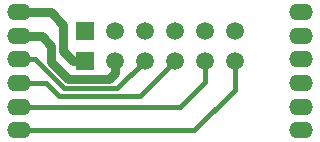
<source format=gtl>
G04*
G04 #@! TF.GenerationSoftware,Altium Limited,Altium Designer,21.0.8 (223)*
G04*
G04 Layer_Physical_Order=1*
G04 Layer_Color=255*
%FSLAX25Y25*%
%MOIN*%
G70*
G04*
G04 #@! TF.SameCoordinates,FC9B9BF5-C150-4AF8-8773-705BE2CDE54D*
G04*
G04*
G04 #@! TF.FilePolarity,Positive*
G04*
G01*
G75*
%ADD15C,0.03000*%
%ADD16C,0.01500*%
%ADD17C,0.05906*%
%ADD18R,0.05906X0.05906*%
%ADD19O,0.07874X0.05512*%
%ADD20O,0.07874X0.05512*%
D15*
X11033Y26866D02*
Y32166D01*
Y26866D02*
X16700Y21200D01*
X394Y35433D02*
X7767D01*
X11033Y32166D01*
X10793Y43307D02*
X14900Y39200D01*
Y30400D02*
Y39200D01*
X394Y43307D02*
X10793D01*
X14900Y30400D02*
X18100Y27200D01*
X16700Y21200D02*
X30143D01*
X32100Y23157D01*
Y27200D01*
X18100D02*
X22100D01*
D16*
X5541Y27559D02*
X15200Y17900D01*
X394Y27559D02*
X5541D01*
X15200Y17900D02*
X32800D01*
X72100Y17400D02*
Y27400D01*
X58637Y3937D02*
X72100Y17400D01*
X394Y3937D02*
X58637D01*
X62100Y19900D02*
Y27100D01*
X54011Y11811D02*
X62100Y19900D01*
X394Y11811D02*
X54011D01*
X51900Y26700D02*
Y27300D01*
X40600Y15400D02*
X51900Y26700D01*
X13600Y15400D02*
X40600D01*
X9315Y19685D02*
X13600Y15400D01*
X394Y19685D02*
X9315D01*
X32800Y17900D02*
X42100Y27200D01*
D17*
D03*
X72100D02*
D03*
X62100D02*
D03*
X52100D02*
D03*
X32100D02*
D03*
X42100Y37200D02*
D03*
X72100D02*
D03*
X62100D02*
D03*
X52100D02*
D03*
X32100D02*
D03*
D18*
X22100Y27200D02*
D03*
Y37200D02*
D03*
D19*
X394Y3937D02*
D03*
Y43307D02*
D03*
Y35433D02*
D03*
Y27559D02*
D03*
Y19685D02*
D03*
Y11811D02*
D03*
D20*
X94095Y3937D02*
D03*
Y11811D02*
D03*
Y19685D02*
D03*
Y27559D02*
D03*
Y35433D02*
D03*
Y43500D02*
D03*
M02*

</source>
